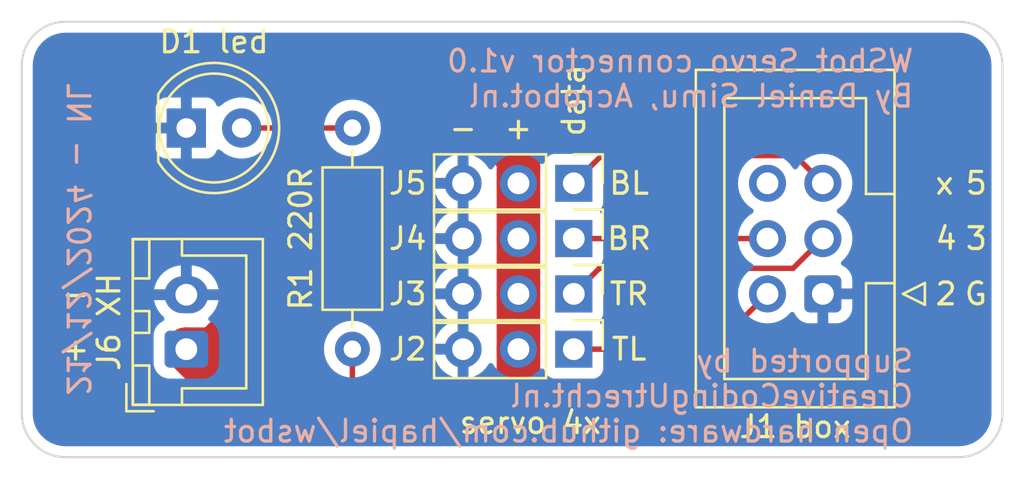
<source format=kicad_pcb>
(kicad_pcb (version 20221018) (generator pcbnew)
  (title_block (title "Servo board for WSbot") (rev "1.0") (company "Daniel Simu - Acrobot"))
  (layers (0 "F.Cu" signal) (31 "B.Cu" signal) (34 "B.Paste" user) (35 "F.Paste" user) (36 "B.SilkS" user "B.Silkscreen") (37 "F.SilkS" user "F.Silkscreen") (38 "B.Mask" user) (39 "F.Mask" user) (44 "Edge.Cuts" user))
  (net 0 "")
  (net 1 "GND")
  (net 2 "Net-(D1-A)")
  (net 4 "VDD")
  (net 5 "/Data_TL")
  (net 6 "/Data_TR")
  (net 7 "/Data_BR")
  (net 8 "/Data_BL")
  (footprint "Connector_PinHeader_2.54mm:PinHeader_1x03_P2.54mm_Vertical" (layer "F.Cu") (at 100.33 63.5 -90)
    (fp_text reference "J3" (at 0 7.62) (layer "F.SilkS"))
    (fp_text value "Conn_01x03")
    (fp_line (start -1.33 -1.33) (end 0 -1.33) (stroke (width 0.12)) (layer "F.SilkS"))
    (fp_line (start -1.33 0) (end -1.33 -1.33) (stroke (width 0.12)) (layer "F.SilkS"))
    (fp_line (start -1.33 1.27) (end -1.33 6.41) (stroke (width 0.12)) (layer "F.SilkS"))
    (fp_line (start -1.33 1.27) (end 1.33 1.27) (stroke (width 0.12)) (layer "F.SilkS"))
    (fp_line (start -1.33 6.41) (end 1.33 6.41) (stroke (width 0.12)) (layer "F.SilkS"))
    (fp_line (start 1.33 1.27) (end 1.33 6.41) (stroke (width 0.12)) (layer "F.SilkS"))
    (pad "1" thru_hole rect (at 0 0 270) (size 1.7 1.7) (drill 1) (layers "*.Cu" "*.Mask") (net 6 "/Data_TR"))
    (pad "2" thru_hole oval (at 0 2.54 270) (size 1.7 1.7) (drill 1) (layers "*.Cu" "*.Mask") (net 4 "VDD"))
    (pad "3" thru_hole oval (at 0 5.08 270) (size 1.7 1.7) (drill 1) (layers "*.Cu" "*.Mask") (net 1 "GND"))
  )
  (footprint "LED_THT:LED_D5.0mm" (layer "F.Cu") (at 82.55 55.88)
    (fp_text reference "D1 led" (at 1.27 -3.96) (layer "F.SilkS"))
    (fp_text value "LED")
    (fp_line (start -1.29 -1.545) (end -1.29 1.545) (stroke (width 0.12)) (layer "F.SilkS"))
    (fp_arc (start -1.29 -1.54483) (mid 2.072002 -2.880433) (end 4.26 0.000462) (stroke (width 0.12)) (layer "F.SilkS"))
    (fp_arc (start 4.26 -0.000462) (mid 2.072002 2.880433) (end -1.29 1.54483) (stroke (width 0.12)) (layer "F.SilkS"))
    (fp_circle (center 1.27 0) (end 3.77 0) (stroke (width 0.12)) (fill none) (layer "F.SilkS"))
    (pad "1" thru_hole rect (at 0 0) (size 1.8 1.8) (drill 0.9) (layers "*.Cu" "*.Mask") (net 1 "GND"))
    (pad "2" thru_hole circle (at 2.54 0) (size 1.8 1.8) (drill 0.9) (layers "*.Cu" "*.Mask") (net 2 "Net-(D1-A)"))
  )
  (footprint "Connector_PinHeader_2.54mm:PinHeader_1x03_P2.54mm_Vertical" (layer "F.Cu") (at 100.33 58.42 -90)
    (fp_text reference "J5" (at 0 7.62) (layer "F.SilkS"))
    (fp_text value "Conn_01x03")
    (fp_line (start -1.33 -1.33) (end 0 -1.33) (stroke (width 0.12)) (layer "F.SilkS"))
    (fp_line (start -1.33 0) (end -1.33 -1.33) (stroke (width 0.12)) (layer "F.SilkS"))
    (fp_line (start -1.33 1.27) (end -1.33 6.41) (stroke (width 0.12)) (layer "F.SilkS"))
    (fp_line (start -1.33 1.27) (end 1.33 1.27) (stroke (width 0.12)) (layer "F.SilkS"))
    (fp_line (start -1.33 6.41) (end 1.33 6.41) (stroke (width 0.12)) (layer "F.SilkS"))
    (fp_line (start 1.33 1.27) (end 1.33 6.41) (stroke (width 0.12)) (layer "F.SilkS"))
    (pad "1" thru_hole rect (at 0 0 270) (size 1.7 1.7) (drill 1) (layers "*.Cu" "*.Mask") (net 8 "/Data_BL"))
    (pad "2" thru_hole oval (at 0 2.54 270) (size 1.7 1.7) (drill 1) (layers "*.Cu" "*.Mask") (net 4 "VDD"))
    (pad "3" thru_hole oval (at 0 5.08 270) (size 1.7 1.7) (drill 1) (layers "*.Cu" "*.Mask") (net 1 "GND"))
  )
  (footprint "Connector_JST:JST_XH_B2B-XH-A_1x02_P2.50mm_Vertical" (layer "F.Cu") (at 82.55 66.04 90)
    (fp_text reference "J6 XH" (at 1.25 -3.55 90) (layer "F.SilkS"))
    (fp_text value "Conn_01x02")
    (fp_line (start -2.85 -2.75) (end -2.85 -1.5) (stroke (width 0.12)) (layer "F.SilkS"))
    (fp_line (start -2.56 -2.46) (end -2.56 3.51) (stroke (width 0.12)) (layer "F.SilkS"))
    (fp_line (start -2.56 3.51) (end 5.06 3.51) (stroke (width 0.12)) (layer "F.SilkS"))
    (fp_line (start -2.55 -2.45) (end -2.55 -1.7) (stroke (width 0.12)) (layer "F.SilkS"))
    (fp_line (start -2.55 -1.7) (end -0.75 -1.7) (stroke (width 0.12)) (layer "F.SilkS"))
    (fp_line (start -2.55 -0.2) (end -1.8 -0.2) (stroke (width 0.12)) (layer "F.SilkS"))
    (fp_line (start -1.8 -0.2) (end -1.8 2.75) (stroke (width 0.12)) (layer "F.SilkS"))
    (fp_line (start -1.8 2.75) (end 1.25 2.75) (stroke (width 0.12)) (layer "F.SilkS"))
    (fp_line (start -1.6 -2.75) (end -2.85 -2.75) (stroke (width 0.12)) (layer "F.SilkS"))
    (fp_line (start -0.75 -2.45) (end -2.55 -2.45) (stroke (width 0.12)) (layer "F.SilkS"))
    (fp_line (start -0.75 -1.7) (end -0.75 -2.45) (stroke (width 0.12)) (layer "F.SilkS"))
    (fp_line (start 0.75 -2.45) (end 0.75 -1.7) (stroke (width 0.12)) (layer "F.SilkS"))
    (fp_line (start 0.75 -1.7) (end 1.75 -1.7) (stroke (width 0.12)) (layer "F.SilkS"))
    (fp_line (start 1.75 -2.45) (end 0.75 -2.45) (stroke (width 0.12)) (layer "F.SilkS"))
    (fp_line (start 1.75 -1.7) (end 1.75 -2.45) (stroke (width 0.12)) (layer "F.SilkS"))
    (fp_line (start 3.25 -2.45) (end 3.25 -1.7) (stroke (width 0.12)) (layer "F.SilkS"))
    (fp_line (start 3.25 -1.7) (end 5.05 -1.7) (stroke (width 0.12)) (layer "F.SilkS"))
    (fp_line (start 4.3 -0.2) (end 4.3 2.75) (stroke (width 0.12)) (layer "F.SilkS"))
    (fp_line (start 4.3 2.75) (end 1.25 2.75) (stroke (width 0.12)) (layer "F.SilkS"))
    (fp_line (start 5.05 -2.45) (end 3.25 -2.45) (stroke (width 0.12)) (layer "F.SilkS"))
    (fp_line (start 5.05 -1.7) (end 5.05 -2.45) (stroke (width 0.12)) (layer "F.SilkS"))
    (fp_line (start 5.05 -0.2) (end 4.3 -0.2) (stroke (width 0.12)) (layer "F.SilkS"))
    (fp_line (start 5.06 -2.46) (end -2.56 -2.46) (stroke (width 0.12)) (layer "F.SilkS"))
    (fp_line (start 5.06 3.51) (end 5.06 -2.46) (stroke (width 0.12)) (layer "F.SilkS"))
    (pad "1" thru_hole roundrect (at 0 0 90) (size 1.7 2) (drill 1) (layers "*.Cu" "*.Mask") (roundrect_rratio 0.1470588235) (net 4 "VDD"))
    (pad "2" thru_hole oval (at 2.5 0 90) (size 1.7 2) (drill 1) (layers "*.Cu" "*.Mask") (net 1 "GND"))
  )
  (footprint "Resistor_THT:R_Axial_DIN0207_L6.3mm_D2.5mm_P10.16mm_Horizontal" (layer "F.Cu") (at 90.17 66.04 90)
    (fp_text reference "R1 220R" (at 5.08 -2.37 90) (layer "F.SilkS"))
    (fp_text value "220R")
    (fp_line (start 1.04 0) (end 1.81 0) (stroke (width 0.12)) (layer "F.SilkS"))
    (fp_line (start 1.81 -1.37) (end 1.81 1.37) (stroke (width 0.12)) (layer "F.SilkS"))
    (fp_line (start 1.81 1.37) (end 8.35 1.37) (stroke (width 0.12)) (layer "F.SilkS"))
    (fp_line (start 8.35 -1.37) (end 1.81 -1.37) (stroke (width 0.12)) (layer "F.SilkS"))
    (fp_line (start 8.35 1.37) (end 8.35 -1.37) (stroke (width 0.12)) (layer "F.SilkS"))
    (fp_line (start 9.12 0) (end 8.35 0) (stroke (width 0.12)) (layer "F.SilkS"))
    (pad "1" thru_hole circle (at 0 0 90) (size 1.6 1.6) (drill 0.8) (layers "*.Cu" "*.Mask") (net 4 "VDD"))
    (pad "2" thru_hole oval (at 10.16 0 90) (size 1.6 1.6) (drill 0.8) (layers "*.Cu" "*.Mask") (net 2 "Net-(D1-A)"))
  )
  (footprint "Connector_PinHeader_2.54mm:PinHeader_1x03_P2.54mm_Vertical" (layer "F.Cu") (at 100.33 60.96 -90)
    (fp_text reference "J4" (at 0 7.62) (layer "F.SilkS"))
    (fp_text value "Conn_01x03")
    (fp_line (start -1.33 -1.33) (end 0 -1.33) (stroke (width 0.12)) (layer "F.SilkS"))
    (fp_line (start -1.33 0) (end -1.33 -1.33) (stroke (width 0.12)) (layer "F.SilkS"))
    (fp_line (start -1.33 1.27) (end -1.33 6.41) (stroke (width 0.12)) (layer "F.SilkS"))
    (fp_line (start -1.33 1.27) (end 1.33 1.27) (stroke (width 0.12)) (layer "F.SilkS"))
    (fp_line (start -1.33 6.41) (end 1.33 6.41) (stroke (width 0.12)) (layer "F.SilkS"))
    (fp_line (start 1.33 1.27) (end 1.33 6.41) (stroke (width 0.12)) (layer "F.SilkS"))
    (pad "1" thru_hole rect (at 0 0 270) (size 1.7 1.7) (drill 1) (layers "*.Cu" "*.Mask") (net 7 "/Data_BR"))
    (pad "2" thru_hole oval (at 0 2.54 270) (size 1.7 1.7) (drill 1) (layers "*.Cu" "*.Mask") (net 4 "VDD"))
    (pad "3" thru_hole oval (at 0 5.08 270) (size 1.7 1.7) (drill 1) (layers "*.Cu" "*.Mask") (net 1 "GND"))
  )
  (footprint "Connector_PinHeader_2.54mm:PinHeader_1x03_P2.54mm_Vertical" (layer "F.Cu") (at 100.33 66.04 -90)
    (fp_text reference "J2" (at 0 7.62) (layer "F.SilkS"))
    (fp_text value "Conn_01x03")
    (fp_line (start -1.33 -1.33) (end 0 -1.33) (stroke (width 0.12)) (layer "F.SilkS"))
    (fp_line (start -1.33 0) (end -1.33 -1.33) (stroke (width 0.12)) (layer "F.SilkS"))
    (fp_line (start -1.33 1.27) (end -1.33 6.41) (stroke (width 0.12)) (layer "F.SilkS"))
    (fp_line (start -1.33 1.27) (end 1.33 1.27) (stroke (width 0.12)) (layer "F.SilkS"))
    (fp_line (start -1.33 6.41) (end 1.33 6.41) (stroke (width 0.12)) (layer "F.SilkS"))
    (fp_line (start 1.33 1.27) (end 1.33 6.41) (stroke (width 0.12)) (layer "F.SilkS"))
    (pad "1" thru_hole rect (at 0 0 270) (size 1.7 1.7) (drill 1) (layers "*.Cu" "*.Mask") (net 5 "/Data_TL"))
    (pad "2" thru_hole oval (at 0 2.54 270) (size 1.7 1.7) (drill 1) (layers "*.Cu" "*.Mask") (net 4 "VDD"))
    (pad "3" thru_hole oval (at 0 5.08 270) (size 1.7 1.7) (drill 1) (layers "*.Cu" "*.Mask") (net 1 "GND"))
  )
  (footprint "Connector_IDC:IDC-Header_2x03_P2.54mm_Vertical" (layer "F.Cu") (at 111.76 63.5 180)
    (fp_text reference "J1 box" (at 1.27 -6.1) (layer "F.SilkS"))
    (fp_text value "Conn_02x03_Odd_Even")
    (fp_line (start -4.68 -0.5) (end -4.68 0.5) (stroke (width 0.12)) (layer "F.SilkS"))
    (fp_line (start -4.68 0.5) (end -3.68 0) (stroke (width 0.12)) (layer "F.SilkS"))
    (fp_line (start -3.68 0) (end -4.68 -0.5) (stroke (width 0.12)) (layer "F.SilkS"))
    (fp_line (start -3.29 -5.21) (end 5.83 -5.21) (stroke (width 0.12)) (layer "F.SilkS"))
    (fp_line (start -3.29 0.49) (end -1.98 0.49) (stroke (width 0.12)) (layer "F.SilkS"))
    (fp_line (start -3.29 10.29) (end -3.29 -5.21) (stroke (width 0.12)) (layer "F.SilkS"))
    (fp_line (start -1.98 -3.91) (end 4.52 -3.91) (stroke (width 0.12)) (layer "F.SilkS"))
    (fp_line (start -1.98 0.49) (end -1.98 -3.91) (stroke (width 0.12)) (layer "F.SilkS"))
    (fp_line (start -1.98 4.59) (end -3.29 4.59) (stroke (width 0.12)) (layer "F.SilkS"))
    (fp_line (start -1.98 4.59) (end -1.98 4.59) (stroke (width 0.12)) (layer "F.SilkS"))
    (fp_line (start -1.98 8.99) (end -1.98 4.59) (stroke (width 0.12)) (layer "F.SilkS"))
    (fp_line (start 4.52 -3.91) (end 4.52 8.99) (stroke (width 0.12)) (layer "F.SilkS"))
    (fp_line (start 4.52 8.99) (end -1.98 8.99) (stroke (width 0.12)) (layer "F.SilkS"))
    (fp_line (start 5.83 -5.21) (end 5.83 10.29) (stroke (width 0.12)) (layer "F.SilkS"))
    (fp_line (start 5.83 10.29) (end -3.29 10.29) (stroke (width 0.12)) (layer "F.SilkS"))
    (pad "1" thru_hole roundrect (at 0 0 180) (size 1.7 1.7) (drill 1) (layers "*.Cu" "*.Mask") (roundrect_rratio 0.1470588235) (net 1 "GND"))
    (pad "2" thru_hole circle (at 2.54 0 180) (size 1.7 1.7) (drill 1) (layers "*.Cu" "*.Mask") (net 5 "/Data_TL"))
    (pad "3" thru_hole circle (at 0 2.54 180) (size 1.7 1.7) (drill 1) (layers "*.Cu" "*.Mask") (net 6 "/Data_TR"))
    (pad "4" thru_hole circle (at 2.54 2.54 180) (size 1.7 1.7) (drill 1) (layers "*.Cu" "*.Mask") (net 7 "/Data_BR"))
    (pad "5" thru_hole circle (at 0 5.08 180) (size 1.7 1.7) (drill 1) (layers "*.Cu" "*.Mask") (net 8 "/Data_BL"))
    (pad "6" thru_hole circle (at 2.54 5.08 180) (size 1.7 1.7) (drill 1) (layers "*.Cu" "*.Mask"))
  )
  (gr_arc (start 77 71) (mid 75.585786 70.414214) (end 75 69) (stroke (width 0.1)) (layer "Edge.Cuts"))
  (gr_line (start 75 69) (end 75 53) (stroke (width 0.1)) (layer "Edge.Cuts"))
  (gr_line (start 118 71) (end 77 71) (stroke (width 0.1)) (layer "Edge.Cuts"))
  (gr_arc (start 75 53) (mid 75.585786 51.585786) (end 77 51) (stroke (width 0.1)) (layer "Edge.Cuts"))
  (gr_arc (start 120 69) (mid 119.414214 70.414214) (end 118 71) (stroke (width 0.1)) (layer "Edge.Cuts"))
  (gr_line (start 77 51) (end 118 51) (stroke (width 0.1)) (layer "Edge.Cuts"))
  (gr_line (start 120 53) (end 120 69) (stroke (width 0.1)) (layer "Edge.Cuts"))
  (gr_arc (start 118 51) (mid 119.414214 51.585786) (end 120 53) (stroke (width 0.1)) (layer "Edge.Cuts"))
  (gr_text "21/12/2024 - NL" (at 77 61 -90) (layer "B.SilkS") (effects (font (size 1 1)) (justify bottom mirror)))
  (gr_text "WSbot Servo connector v1.0\nBy Daniel Simu, Acrobot.nl\n" (at 116 55) (layer "B.SilkS") (effects (font (size 1 1)) (justify left bottom mirror)))
  (gr_text "Supported by \nCreativeCodingUtrecht.nl\nOpen hardware: github.com/hapiel/wsbot" (at 116 66) (layer "B.SilkS") (effects (font (size 1 1)) (justify left top mirror)))
  (gr_text "BL" (at 102.87 58.42) (layer "F.SilkS") (effects (font (size 1 1))))
  (gr_text "G" (at 119.38 63.5) (layer "F.SilkS") (effects (font (size 1 1)) (justify right)))
  (gr_text "+" (at 97.79 55.88) (layer "F.SilkS") (effects (font (size 1 1))))
  (gr_text "BR" (at 102.87 60.96) (layer "F.SilkS") (effects (font (size 1 1))))
  (gr_text "-" (at 95.25 55.88) (layer "F.SilkS") (effects (font (size 1 1))))
  (gr_text "TR" (at 102.87 63.5) (layer "F.SilkS") (effects (font (size 1 1))))
  (gr_text "servo 4x" (at 95 70) (layer "F.SilkS") (effects (font (size 1 1)) (justify left bottom)))
  (gr_text "x" (at 116.84 58.42) (layer "F.SilkS") (effects (font (size 1 1)) (justify left)))
  (gr_text "-" (at 77.47 63.5) (layer "F.SilkS") (effects (font (size 1 1))))
  (gr_text "4" (at 116.84 60.96) (layer "F.SilkS") (effects (font (size 1 1)) (justify left)))
  (gr_text "+" (at 77.47 66.04) (layer "F.SilkS") (effects (font (size 1 1))))
  (gr_text "data" (at 100.33 54.61 90) (layer "F.SilkS") (effects (font (size 1 1))))
  (gr_text "5" (at 119.38 58.42) (layer "F.SilkS") (effects (font (size 1 1)) (justify right)))
  (gr_text "2" (at 116.84 63.5) (layer "F.SilkS") (effects (font (size 1 1)) (justify left)))
  (gr_text "3" (at 119.38 60.96) (layer "F.SilkS") (effects (font (size 1 1)) (justify right)))
  (gr_text "TL" (at 102.87 66.04) (layer "F.SilkS") (effects (font (size 1 1))))
  (segment (start 85.09 55.88) (end 90.17 55.88) (width 0.25) (layer "F.Cu") (net 2))
  (segment (start 90.17 66.04) (end 90.17 69) (width 0.25) (layer "F.Cu") (net 4))
  (segment (start 96.39 69) (end 90.17 69) (width 2) (layer "F.Cu") (net 4))
  (segment (start 97.79 63.5) (end 97.79 66.04) (width 2) (layer "F.Cu") (net 4))
  (segment (start 97.79 67.6) (end 96.39 69) (width 2) (layer "F.Cu") (net 4))
  (segment (start 97.79 60.96) (end 97.79 63.5) (width 2) (layer "F.Cu") (net 4))
  (segment (start 97.79 66.04) (end 97.79 67.6) (width 2) (layer "F.Cu") (net 4))
  (segment (start 97.79 58.42) (end 97.79 60.96) (width 2) (layer "F.Cu") (net 4))
  (segment (start 93.98 55.88) (end 83.82 66.04) (width 2) (layer "F.Cu") (net 4))
  (segment (start 97.79 58.42) (end 97.79 57.217919) (width 2) (layer "F.Cu") (net 4))
  (segment (start 85.51 69) (end 82.55 66.04) (width 2) (layer "F.Cu") (net 4))
  (segment (start 96.452081 55.88) (end 93.98 55.88) (width 2) (layer "F.Cu") (net 4))
  (segment (start 90.17 69) (end 85.51 69) (width 2) (layer "F.Cu") (net 4))
  (segment (start 83.82 66.04) (end 82.55 66.04) (width 2) (layer "F.Cu") (net 4))
  (segment (start 97.79 57.217919) (end 96.452081 55.88) (width 2) (layer "F.Cu") (net 4))
  (segment (start 100.33 66.04) (end 106.68 66.04) (width 0.25) (layer "F.Cu") (net 5))
  (segment (start 106.68 66.04) (end 109.22 63.5) (width 0.25) (layer "F.Cu") (net 5))
  (segment (start 100.33 63.5) (end 101.505 62.325) (width 0.25) (layer "F.Cu") (net 6))
  (segment (start 110.395 62.325) (end 111.76 60.96) (width 0.25) (layer "F.Cu") (net 6))
  (segment (start 101.505 62.325) (end 110.395 62.325) (width 0.25) (layer "F.Cu") (net 6))
  (segment (start 100.33 60.96) (end 109.22 60.96) (width 0.25) (layer "F.Cu") (net 7))
  (segment (start 101.6 57.15) (end 110.49 57.15) (width 0.25) (layer "F.Cu") (net 8))
  (segment (start 110.49 57.15) (end 111.76 58.42) (width 0.25) (layer "F.Cu") (net 8))
  (segment (start 100.33 58.42) (end 101.6 57.15) (width 0.25) (layer "F.Cu") (net 8))
  (zone (net 1) (net_name "GND") (layer "B.Cu") (connect_pads (clearance 0.5)) (min_thickness 0.25) (fill yes (thermal_gap 0.5) (thermal_bridge_width 0.5))
    (polygon (pts (xy 121 50) (xy 121 72) (xy 74 72) (xy 74 50)))
  )
)
</source>
